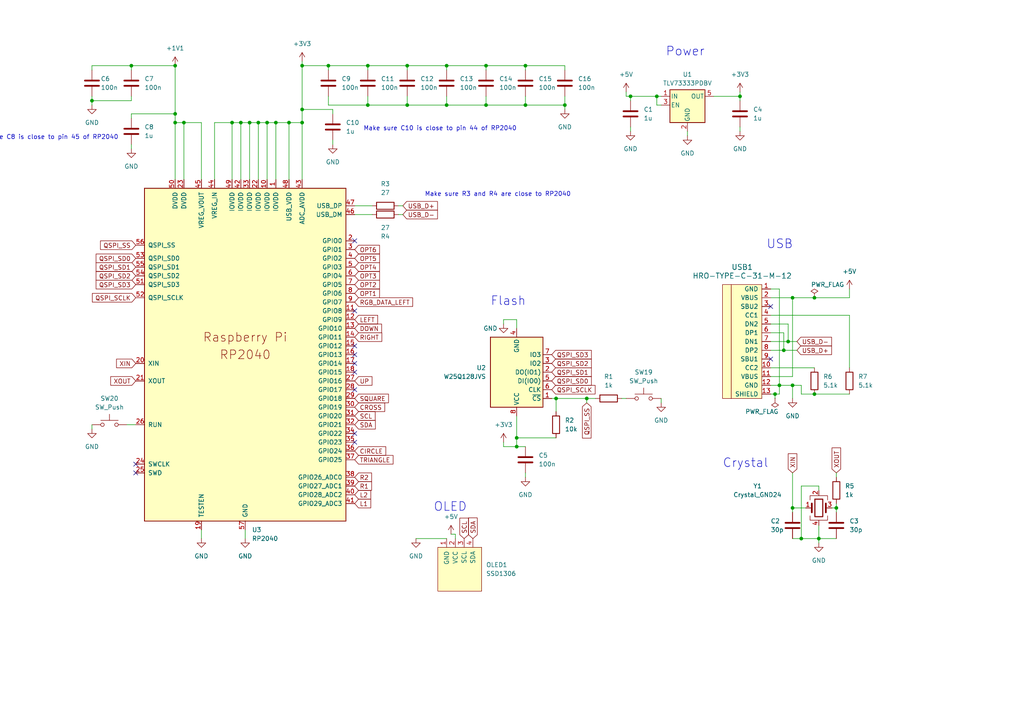
<source format=kicad_sch>
(kicad_sch (version 20230121) (generator eeschema)
  (paper "A4")
  (junction (at 83.82 35.56))
  (junction (at 190.5 27.94))
  (junction (at 353.06 34.29))
  (junction (at 163.83 30.48))
  (junction (at 242.57 147.32))
  (junction (at 227.33 101.6))
  (junction (at 152.4 19.05))
  (junction (at 688.34 15.24))
  (junction (at 53.34 35.56))
  (junction (at 152.4 30.48))
  (junction (at 228.6 99.06))
  (junction (at 751.84 -3.81))
  (junction (at 106.68 19.05))
  (junction (at 74.93 35.56))
  (junction (at 354.33 -3.81))
  (junction (at 106.68 30.48))
  (junction (at 50.8 19.05))
  (junction (at 419.1 -3.81))
  (junction (at 26.67 29.21))
  (junction (at 229.87 147.32))
  (junction (at 412.75 34.29))
  (junction (at 77.47 35.56))
  (junction (at 80.01 35.56))
  (junction (at 626.11 13.97))
  (junction (at 87.63 19.05))
  (junction (at 161.29 115.57))
  (junction (at 237.49 156.21))
  (junction (at 87.63 35.56))
  (junction (at 87.63 31.75))
  (junction (at 236.22 86.36))
  (junction (at 182.88 27.94))
  (junction (at 532.13 34.29))
  (junction (at 472.44 34.29))
  (junction (at 229.87 86.36))
  (junction (at 483.87 13.97))
  (junction (at 214.63 27.94))
  (junction (at 226.06 111.76))
  (junction (at 224.79 114.3))
  (junction (at 118.11 30.48))
  (junction (at 67.31 35.56))
  (junction (at 72.39 35.56))
  (junction (at 149.86 127))
  (junction (at 149.86 129.54))
  (junction (at 140.97 19.05))
  (junction (at 50.8 35.56))
  (junction (at 229.87 111.76))
  (junction (at 50.8 33.02))
  (junction (at 140.97 30.48))
  (junction (at 554.99 13.97))
  (junction (at 95.25 19.05))
  (junction (at 626.11 -3.81))
  (junction (at 751.84 16.51))
  (junction (at 688.34 -3.81))
  (junction (at 170.18 115.57))
  (junction (at 483.87 -3.81))
  (junction (at 129.54 19.05))
  (junction (at 236.22 114.3))
  (junction (at 232.41 156.21))
  (junction (at 118.11 19.05))
  (junction (at 554.99 -3.81))
  (junction (at 69.85 35.56))
  (junction (at 38.1 19.05))
  (junction (at 129.54 30.48))
  (no_connect (at 102.87 102.87))
  (no_connect (at 102.87 90.17))
  (no_connect (at 102.87 105.41))
  (no_connect (at 102.87 107.95))
  (no_connect (at 39.37 134.62))
  (no_connect (at 528.32 31.75))
  (no_connect (at 223.52 88.9))
  (no_connect (at 102.87 69.85))
  (no_connect (at 39.37 137.16))
  (no_connect (at 102.87 128.27))
  (no_connect (at 102.87 125.73))
  (no_connect (at 223.52 104.14))
  (no_connect (at 102.87 113.03))
  (no_connect (at 102.87 100.33))
  (bus_entry (at 513.08 63.5) (size 2.54 2.54))
  (wire (pts (xy 229.87 111.76) (xy 226.06 111.76)))
  (wire (pts (xy 228.6 99.06) (xy 231.14 99.06)))
  (wire (pts (xy 149.86 129.54) (xy 152.4 129.54)))
  (wire (pts (xy 38.1 34.29) (xy 38.1 33.02)))
  (wire (pts (xy 38.1 29.21) (xy 26.67 29.21)))
  (wire (pts (xy 95.25 30.48) (xy 106.68 30.48)))
  (wire (pts (xy 106.68 27.94) (xy 106.68 30.48)))
  (wire (pts (xy 229.87 111.76) (xy 229.87 115.57)))
  (wire (pts (xy 36.83 123.19) (xy 39.37 123.19)))
  (wire (pts (xy 228.6 93.98) (xy 228.6 99.06)))
  (wire (pts (xy 50.8 19.05) (xy 38.1 19.05)))
  (wire (pts (xy 191.77 30.48) (xy 190.5 30.48)))
  (wire (pts (xy 140.97 27.94) (xy 140.97 30.48)))
  (wire (pts (xy 50.8 35.56) (xy 50.8 33.02)))
  (wire (pts (xy 163.83 27.94) (xy 163.83 30.48)))
  (wire (pts (xy 684.53 15.24) (xy 688.34 15.24)))
  (wire (pts (xy 77.47 35.56) (xy 77.47 52.07)))
  (wire (pts (xy 26.67 123.19) (xy 26.67 124.46)))
  (wire (pts (xy 53.34 52.07) (xy 53.34 35.56)))
  (wire (pts (xy 118.11 30.48) (xy 129.54 30.48)))
  (wire (pts (xy 229.87 147.32) (xy 229.87 148.59)))
  (wire (pts (xy 74.93 35.56) (xy 77.47 35.56)))
  (wire (pts (xy 182.88 27.94) (xy 182.88 29.21)))
  (wire (pts (xy 102.87 62.23) (xy 107.95 62.23)))
  (wire (pts (xy 132.08 156.21) (xy 132.08 154.94)))
  (wire (pts (xy 468.63 34.29) (xy 472.44 34.29)))
  (wire (pts (xy 242.57 147.32) (xy 242.57 148.59)))
  (wire (pts (xy 223.52 96.52) (xy 227.33 96.52)))
  (wire (pts (xy 106.68 30.48) (xy 118.11 30.48)))
  (wire (pts (xy 115.57 59.69) (xy 116.84 59.69)))
  (wire (pts (xy 129.54 19.05) (xy 118.11 19.05)))
  (wire (pts (xy 96.52 31.75) (xy 87.63 31.75)))
  (wire (pts (xy 181.61 27.94) (xy 182.88 27.94)))
  (wire (pts (xy 163.83 19.05) (xy 152.4 19.05)))
  (wire (pts (xy 129.54 30.48) (xy 140.97 30.48)))
  (wire (pts (xy 622.3 -3.81) (xy 626.11 -3.81)))
  (wire (pts (xy 237.49 140.97) (xy 237.49 142.24)))
  (wire (pts (xy 480.06 13.97) (xy 483.87 13.97)))
  (wire (pts (xy 87.63 31.75) (xy 87.63 35.56)))
  (wire (pts (xy 140.97 30.48) (xy 152.4 30.48)))
  (wire (pts (xy 160.02 115.57) (xy 161.29 115.57)))
  (wire (pts (xy 236.22 114.3) (xy 246.38 114.3)))
  (wire (pts (xy 551.18 -3.81) (xy 554.99 -3.81)))
  (wire (pts (xy 74.93 35.56) (xy 74.93 52.07)))
  (wire (pts (xy 214.63 27.94) (xy 214.63 26.67)))
  (wire (pts (xy 95.25 19.05) (xy 87.63 19.05)))
  (wire (pts (xy 180.34 115.57) (xy 181.61 115.57)))
  (wire (pts (xy 118.11 27.94) (xy 118.11 30.48)))
  (wire (pts (xy 229.87 109.22) (xy 229.87 86.36)))
  (wire (pts (xy 95.25 20.32) (xy 95.25 19.05)))
  (wire (pts (xy 236.22 86.36) (xy 246.38 86.36)))
  (wire (pts (xy 62.23 52.07) (xy 62.23 35.56)))
  (wire (pts (xy 237.49 156.21) (xy 237.49 157.48)))
  (wire (pts (xy 161.29 115.57) (xy 161.29 119.38)))
  (wire (pts (xy 96.52 33.02) (xy 96.52 31.75)))
  (wire (pts (xy 242.57 137.16) (xy 242.57 138.43)))
  (wire (pts (xy 528.32 34.29) (xy 532.13 34.29)))
  (wire (pts (xy 72.39 35.56) (xy 72.39 52.07)))
  (wire (pts (xy 152.4 30.48) (xy 163.83 30.48)))
  (wire (pts (xy 87.63 17.78) (xy 87.63 19.05)))
  (wire (pts (xy 229.87 156.21) (xy 232.41 156.21)))
  (wire (pts (xy 232.41 114.3) (xy 236.22 114.3)))
  (wire (pts (xy 229.87 147.32) (xy 233.68 147.32)))
  (wire (pts (xy 38.1 19.05) (xy 26.67 19.05)))
  (wire (pts (xy 224.79 114.3) (xy 226.06 114.3)))
  (wire (pts (xy 26.67 19.05) (xy 26.67 20.32)))
  (wire (pts (xy 87.63 19.05) (xy 87.63 31.75)))
  (wire (pts (xy 224.79 114.3) (xy 224.79 115.57)))
  (wire (pts (xy 53.34 35.56) (xy 50.8 35.56)))
  (wire (pts (xy 38.1 33.02) (xy 50.8 33.02)))
  (wire (pts (xy 223.52 91.44) (xy 246.38 91.44)))
  (wire (pts (xy 350.52 -3.81) (xy 354.33 -3.81)))
  (wire (pts (xy 227.33 101.6) (xy 231.14 101.6)))
  (wire (pts (xy 182.88 36.83) (xy 182.88 38.1)))
  (wire (pts (xy 38.1 41.91) (xy 38.1 43.18)))
  (wire (pts (xy 67.31 35.56) (xy 67.31 52.07)))
  (wire (pts (xy 115.57 62.23) (xy 116.84 62.23)))
  (wire (pts (xy 246.38 86.36) (xy 246.38 83.82)))
  (wire (pts (xy 146.05 92.71) (xy 146.05 93.98)))
  (wire (pts (xy 106.68 19.05) (xy 106.68 20.32)))
  (wire (pts (xy 58.42 52.07) (xy 58.42 35.56)))
  (wire (pts (xy 161.29 115.57) (xy 170.18 115.57)))
  (wire (pts (xy 190.5 30.48) (xy 190.5 27.94)))
  (wire (pts (xy 69.85 35.56) (xy 69.85 52.07)))
  (wire (pts (xy 214.63 27.94) (xy 214.63 29.21)))
  (wire (pts (xy 223.52 114.3) (xy 224.79 114.3)))
  (wire (pts (xy 170.18 116.84) (xy 170.18 115.57)))
  (wire (pts (xy 622.3 13.97) (xy 626.11 13.97)))
  (wire (pts (xy 191.77 27.94) (xy 190.5 27.94)))
  (wire (pts (xy 71.12 153.67) (xy 71.12 156.21)))
  (wire (pts (xy 480.06 -3.81) (xy 483.87 -3.81)))
  (wire (pts (xy 149.86 127) (xy 149.86 129.54)))
  (wire (pts (xy 214.63 36.83) (xy 214.63 38.1)))
  (wire (pts (xy 26.67 29.21) (xy 26.67 30.48)))
  (wire (pts (xy 748.03 16.51) (xy 751.84 16.51)))
  (wire (pts (xy 50.8 52.07) (xy 50.8 35.56)))
  (wire (pts (xy 227.33 96.52) (xy 227.33 101.6)))
  (wire (pts (xy 87.63 35.56) (xy 87.63 52.07)))
  (wire (pts (xy 80.01 35.56) (xy 83.82 35.56)))
  (wire (pts (xy 38.1 19.05) (xy 38.1 20.32)))
  (wire (pts (xy 149.86 95.25) (xy 149.86 92.71)))
  (wire (pts (xy 118.11 19.05) (xy 118.11 20.32)))
  (wire (pts (xy 223.52 83.82) (xy 226.06 83.82)))
  (wire (pts (xy 102.87 59.69) (xy 107.95 59.69)))
  (wire (pts (xy 551.18 13.97) (xy 554.99 13.97)))
  (wire (pts (xy 152.4 27.94) (xy 152.4 30.48)))
  (wire (pts (xy 26.67 27.94) (xy 26.67 29.21)))
  (wire (pts (xy 69.85 35.56) (xy 72.39 35.56)))
  (wire (pts (xy 223.52 111.76) (xy 226.06 111.76)))
  (wire (pts (xy 38.1 27.94) (xy 38.1 29.21)))
  (wire (pts (xy 223.52 101.6) (xy 227.33 101.6)))
  (wire (pts (xy 129.54 27.94) (xy 129.54 30.48)))
  (wire (pts (xy 223.52 93.98) (xy 228.6 93.98)))
  (wire (pts (xy 149.86 120.65) (xy 149.86 127)))
  (wire (pts (xy 226.06 114.3) (xy 226.06 111.76)))
  (wire (pts (xy 67.31 35.56) (xy 69.85 35.56)))
  (wire (pts (xy 242.57 146.05) (xy 242.57 147.32)))
  (wire (pts (xy 83.82 35.56) (xy 83.82 52.07)))
  (wire (pts (xy 77.47 35.56) (xy 80.01 35.56)))
  (wire (pts (xy 118.11 19.05) (xy 106.68 19.05)))
  (wire (pts (xy 748.03 -3.81) (xy 751.84 -3.81)))
  (wire (pts (xy 223.52 86.36) (xy 229.87 86.36)))
  (wire (pts (xy 223.52 99.06) (xy 228.6 99.06)))
  (wire (pts (xy 232.41 140.97) (xy 232.41 156.21)))
  (wire (pts (xy 140.97 19.05) (xy 129.54 19.05)))
  (wire (pts (xy 237.49 156.21) (xy 242.57 156.21)))
  (wire (pts (xy 83.82 35.56) (xy 87.63 35.56)))
  (wire (pts (xy 226.06 83.82) (xy 226.06 111.76)))
  (wire (pts (xy 237.49 152.4) (xy 237.49 156.21)))
  (wire (pts (xy 95.25 27.94) (xy 95.25 30.48)))
  (wire (pts (xy 152.4 19.05) (xy 140.97 19.05)))
  (wire (pts (xy 149.86 92.71) (xy 146.05 92.71)))
  (wire (pts (xy 152.4 19.05) (xy 152.4 20.32)))
  (wire (pts (xy 223.52 106.68) (xy 236.22 106.68)))
  (wire (pts (xy 207.01 27.94) (xy 214.63 27.94)))
  (wire (pts (xy 149.86 127) (xy 161.29 127)))
  (wire (pts (xy 181.61 26.67) (xy 181.61 27.94)))
  (wire (pts (xy 146.05 129.54) (xy 146.05 128.27)))
  (wire (pts (xy 237.49 140.97) (xy 232.41 140.97)))
  (wire (pts (xy 132.08 154.94) (xy 130.81 154.94)))
  (wire (pts (xy 190.5 27.94) (xy 182.88 27.94)))
  (wire (pts (xy 106.68 19.05) (xy 95.25 19.05)))
  (wire (pts (xy 170.18 115.57) (xy 172.72 115.57)))
  (wire (pts (xy 232.41 111.76) (xy 229.87 111.76)))
  (wire (pts (xy 223.52 109.22) (xy 229.87 109.22)))
  (wire (pts (xy 232.41 156.21) (xy 237.49 156.21)))
  (wire (pts (xy 349.25 34.29) (xy 353.06 34.29)))
  (wire (pts (xy 58.42 153.67) (xy 58.42 156.21)))
  (wire (pts (xy 140.97 19.05) (xy 140.97 20.32)))
  (wire (pts (xy 163.83 30.48) (xy 163.83 31.75)))
  (wire (pts (xy 246.38 91.44) (xy 246.38 106.68)))
  (wire (pts (xy 62.23 35.56) (xy 67.31 35.56)))
  (wire (pts (xy 50.8 33.02) (xy 50.8 19.05)))
  (wire (pts (xy 163.83 20.32) (xy 163.83 19.05)))
  (wire (pts (xy 408.94 34.29) (xy 412.75 34.29)))
  (wire (pts (xy 96.52 40.64) (xy 96.52 41.91)))
  (wire (pts (xy 684.53 -3.81) (xy 688.34 -3.81)))
  (wire (pts (xy 229.87 86.36) (xy 236.22 86.36)))
  (wire (pts (xy 199.39 38.1) (xy 199.39 39.37)))
  (wire (pts (xy 152.4 137.16) (xy 152.4 138.43)))
  (wire (pts (xy 129.54 156.21) (xy 120.65 156.21)))
  (wire (pts (xy 129.54 19.05) (xy 129.54 20.32)))
  (wire (pts (xy 72.39 35.56) (xy 74.93 35.56)))
  (wire (pts (xy 149.86 129.54) (xy 146.05 129.54)))
  (wire (pts (xy 58.42 35.56) (xy 53.34 35.56)))
  (wire (pts (xy 191.77 115.57) (xy 191.77 116.84)))
  (wire (pts (xy 232.41 111.76) (xy 232.41 114.3)))
  (wire (pts (xy 80.01 35.56) (xy 80.01 52.07)))
  (wire (pts (xy 241.3 147.32) (xy 242.57 147.32)))
  (wire (pts (xy 415.29 -3.81) (xy 419.1 -3.81)))
  (wire (pts (xy 229.87 137.16) (xy 229.87 147.32)))
  (text "USB" (at 222.25 72.39 0) (effects (font (size 2.54 2.54)) (justify left bottom)))
  (text "Make sure C10 is close to pin 44 of RP2040" (at 105.41 38.1 0) (effects (font (size 1.27 1.27)) (justify left bottom)))
  (text "Make sure R3 and R4 are close to RP2040" (at 123.19 57.15 0) (effects (font (size 1.27 1.27)) (justify left bottom)))
  (text "Power" (at 193.04 16.51 0) (effects (font (size 2.54 2.54)) (justify left bottom)))
  (text "OLED" (at 125.73 148.59 0) (effects (font (size 2.54 2.54)) (justify left bottom)))
  (text "Flash" (at 142.24 88.9 0) (effects (font (size 2.54 2.54)) (justify left bottom)))
  (text "Make sure C8 is close to pin 45 of RP2040" (at -8.89 40.64 0) (effects (font (size 1.27 1.27)) (justify left bottom)))
  (text "Crystal" (at 209.55 135.89 0) (effects (font (size 2.54 2.54)) (justify left bottom)))
  (global_label "QSPI_SCLK" (shape input) (at 160.02 113.03 0) (property "Intersheetrefs" "${INTERSHEET_REFS}" (effects hide)))
  (global_label "RGB_DATA_RIGHT" (shape input) (at 452.12 -3.81 180) (property "Intersheetrefs" "${INTERSHEET_REFS}" (effects hide)))
  (global_label "QSPI_SS" (shape input) (at 170.18 116.84 270) (property "Intersheetrefs" "${INTERSHEET_REFS}" (effects hide)))
  (global_label "TRIANGLE" (shape input) (at 368.3 152.4 270) (property "Intersheetrefs" "${INTERSHEET_REFS}" (effects hide)))
  (global_label "QSPI_SS" (shape input) (at 39.37 71.12 180) (property "Intersheetrefs" "${INTERSHEET_REFS}" (effects hide)))
  (global_label "L1" (shape input) (at 102.87 146.05 0) (property "Intersheetrefs" "${INTERSHEET_REFS}" (effects hide)))
  (global_label "DOWN" (shape input) (at 322.58 152.4 270) (property "Intersheetrefs" "${INTERSHEET_REFS}" (effects hide)))
  (global_label "RGB_DATA_CROSS" (shape input) (at 622.3 11.43 0) (property "Intersheetrefs" "${INTERSHEET_REFS}" (effects hide)))
  (global_label "RGB_DATA_P3" (shape input) (at 408.94 31.75 0) (property "Intersheetrefs" "${INTERSHEET_REFS}" (effects hide)))
  (global_label "L1" (shape input) (at 307.34 172.72 270) (property "Intersheetrefs" "${INTERSHEET_REFS}" (effects hide)))
  (global_label "SCL" (shape input) (at 102.87 120.65 0) (property "Intersheetrefs" "${INTERSHEET_REFS}" (effects hide)))
  (global_label "OPT2" (shape input) (at 102.87 82.55 0) (property "Intersheetrefs" "${INTERSHEET_REFS}" (effects hide)))
  (global_label "OPT3" (shape input) (at 102.87 80.01 0) (property "Intersheetrefs" "${INTERSHEET_REFS}" (effects hide)))
  (global_label "USB_D+" (shape input) (at 116.84 59.69 0) (property "Intersheetrefs" "${INTERSHEET_REFS}" (effects hide)))
  (global_label "LEFT" (shape input) (at 102.87 92.71 0) (property "Intersheetrefs" "${INTERSHEET_REFS}" (effects hide)))
  (global_label "RGB_DATA_LEFT" (shape input) (at 102.87 87.63 0) (property "Intersheetrefs" "${INTERSHEET_REFS}" (effects hide)))
  (global_label "XIN" (shape input) (at 229.87 137.16 90) (property "Intersheetrefs" "${INTERSHEET_REFS}" (effects hide)))
  (global_label "RGB_DATA_TRIANGLE" (shape output) (at 551.18 -6.35 0) (property "Intersheetrefs" "${INTERSHEET_REFS}" (effects hide)))
  (global_label "RIGHT" (shape input) (at 102.87 97.79 0) (property "Intersheetrefs" "${INTERSHEET_REFS}" (effects hide)))
  (global_label "RGB_DATA_P4" (shape input) (at 468.63 31.75 0) (property "Intersheetrefs" "${INTERSHEET_REFS}" (effects hide)))
  (global_label "OPT1" (shape input) (at 307.34 133.35 270) (property "Intersheetrefs" "${INTERSHEET_REFS}" (effects hide)))
  (global_label "RGB_DATA_SQUARE" (shape input) (at 523.24 -3.81 180) (property "Intersheetrefs" "${INTERSHEET_REFS}" (effects hide)))
  (global_label "RGB_DATA_R2" (shape input) (at 748.03 13.97 0) (property "Intersheetrefs" "${INTERSHEET_REFS}" (effects hide)))
  (global_label "CIRCLE" (shape input) (at 102.87 130.81 0) (property "Intersheetrefs" "${INTERSHEET_REFS}" (effects hide)))
  (global_label "USB_D+" (shape input) (at 231.14 101.6 0) (property "Intersheetrefs" "${INTERSHEET_REFS}" (effects hide)))
  (global_label "XOUT" (shape input) (at 242.57 137.16 90) (property "Intersheetrefs" "${INTERSHEET_REFS}" (effects hide)))
  (global_label "RGB_DATA_LEFT" (shape input) (at 322.58 -3.81 180) (property "Intersheetrefs" "${INTERSHEET_REFS}" (effects hide)))
  (global_label "RGB_DATA_CIRCLE" (shape input) (at 594.36 13.97 180) (property "Intersheetrefs" "${INTERSHEET_REFS}" (effects hide)))
  (global_label "RGB_DATA_P2" (shape input) (at 349.25 31.75 0) (property "Intersheetrefs" "${INTERSHEET_REFS}" (effects hide)))
  (global_label "USB_D-" (shape input) (at 116.84 62.23 0) (property "Intersheetrefs" "${INTERSHEET_REFS}" (effects hide)))
  (global_label "RGB_DATA_L1" (shape input) (at 684.53 -6.35 0) (property "Intersheetrefs" "${INTERSHEET_REFS}" (effects hide)))
  (global_label "RGB_DATA_R2" (shape input) (at 656.59 15.24 180) (property "Intersheetrefs" "${INTERSHEET_REFS}" (effects hide)))
  (global_label "QSPI_SD3" (shape input) (at 160.02 102.87 0) (property "Intersheetrefs" "${INTERSHEET_REFS}" (effects hide)))
  (global_label "RGB_DATA_CIRCLE" (shape input) (at 684.53 12.7 0) (property "Intersheetrefs" "${INTERSHEET_REFS}" (effects hide)))
  (global_label "QSPI_SD2" (shape input) (at 160.02 105.41 0) (property "Intersheetrefs" "${INTERSHEET_REFS}" (effects hide)))
  (global_label "RGB_DATA_P2" (shape input) (at 381 34.29 180) (property "Intersheetrefs" "${INTERSHEET_REFS}" (effects hide)))
  (global_label "L2" (shape input) (at 102.87 143.51 0) (property "Intersheetrefs" "${INTERSHEET_REFS}" (effects hide)))
  (global_label "RGB_DATA_UP" (shape input) (at 551.18 11.43 0) (property "Intersheetrefs" "${INTERSHEET_REFS}" (effects hide)))
  (global_label "RGB_DATA_SQUARE" (shape input) (at 480.06 -6.35 0) (property "Intersheetrefs" "${INTERSHEET_REFS}" (effects hide)))
  (global_label "RGB_DATA_TRIANGLE" (shape input) (at 594.36 -3.81 180) (property "Intersheetrefs" "${INTERSHEET_REFS}" (effects hide)))
  (global_label "RGB_DATA_R1" (shape input) (at 622.3 -6.35 0) (property "Intersheetrefs" "${INTERSHEET_REFS}" (effects hide)))
  (global_label "USB_D-" (shape input) (at 231.14 99.06 0) (property "Intersheetrefs" "${INTERSHEET_REFS}" (effects hide)))
  (global_label "CROSS" (shape input) (at 102.87 118.11 0) (property "Intersheetrefs" "${INTERSHEET_REFS}" (effects hide)))
  (global_label "RGB_DATA_CROSS" (shape input) (at 523.24 13.97 180) (property "Intersheetrefs" "${INTERSHEET_REFS}" (effects hide)))
  (global_label "SQUARE" (shape input) (at 353.06 152.4 270) (property "Intersheetrefs" "${INTERSHEET_REFS}" (effects hide)))
  (global_label "R1" (shape input) (at 383.54 152.4 270) (property "Intersheetrefs" "${INTERSHEET_REFS}" (effects hide)))
  (global_label "SCL" (shape input) (at 134.62 156.21 90) (property "Intersheetrefs" "${INTERSHEET_REFS}" (effects hide)))
  (global_label "R1" (shape input) (at 102.87 140.97 0) (property "Intersheetrefs" "${INTERSHEET_REFS}" (effects hide)))
  (global_label "SDA" (shape input) (at 137.16 156.21 90) (property "Intersheetrefs" "${INTERSHEET_REFS}" (effects hide)))
  (global_label "OPT4" (shape input) (at 353.06 133.35 270) (property "Intersheetrefs" "${INTERSHEET_REFS}" (effects hide)))
  (global_label "R2" (shape input) (at 353.06 172.72 270) (property "Intersheetrefs" "${INTERSHEET_REFS}" (effects hide)))
  (global_label "RIGHT" (shape input) (at 337.82 152.4 270) (property "Intersheetrefs" "${INTERSHEET_REFS}" (effects hide)))
  (global_label "RGB_DATA_P1" (shape input) (at 480.06 11.43 0) (property "Intersheetrefs" "${INTERSHEET_REFS}" (effects hide)))
  (global_label "RGB_DATA_DOWN" (shape input) (at 350.52 -6.35 0) (property "Intersheetrefs" "${INTERSHEET_REFS}" (effects hide)))
  (global_label "LEFT" (shape input) (at 307.34 152.4 270) (property "Intersheetrefs" "${INTERSHEET_REFS}" (effects hide)))
  (global_label "OPT6" (shape input) (at 102.87 72.39 0) (property "Intersheetrefs" "${INTERSHEET_REFS}" (effects hide)))
  (global_label "RGB_DATA_RIGHT" (shape input) (at 415.29 -6.35 0) (property "Intersheetrefs" "${INTERSHEET_REFS}" (effects hide)))
  (global_label "CIRCLE" (shape input) (at 337.82 172.72 270) (property "Intersheetrefs" "${INTERSHEET_REFS}" (effects hide)))
  (global_label "CROSS" (shape input) (at 322.58 172.72 270) (property "Intersheetrefs" "${INTERSHEET_REFS}" (effects hide)))
  (global_label "OPT3" (shape input) (at 337.82 133.35 270) (property "Intersheetrefs" "${INTERSHEET_REFS}" (effects hide)))
  (global_label "UP" (shape input) (at 102.87 110.49 0) (property "Intersheetrefs" "${INTERSHEET_REFS}" (effects hide)))
  (global_label "RGB_DATA_UP" (shape input) (at 452.12 13.97 180) (property "Intersheetrefs" "${INTERSHEET_REFS}" (effects hide)))
  (global_label "OPT6" (shape input) (at 383.54 133.35 270) (property "Intersheetrefs" "${INTERSHEET_REFS}" (effects hide)))
  (global_label "OPT5" (shape input) (at 102.87 74.93 0) (property "Intersheetrefs" "${INTERSHEET_REFS}" (effects hide)))
  (global_label "TRIANGLE" (shape input) (at 102.87 133.35 0) (property "Intersheetrefs" "${INTERSHEET_REFS}" (effects hide)))
  (global_label "QSPI_SD3" (shape input) (at 39.37 82.55 180) (property "Intersheetrefs" "${INTERSHEET_REFS}" (effects hide)))
  (global_label "QSPI_SD2" (shape input) (at 39.37 80.01 180) (property "Intersheetrefs" "${INTERSHEET_REFS}" (effects hide)))
  (global_label "RGB_DATA_P3" (shape input) (at 440.69 34.29 180) (property "Intersheetrefs" "${INTERSHEET_REFS}" (effects hide)))
  (global_label "L2" (shape input) (at 368.3 172.72 270) (property "Intersheetrefs" "${INTERSHEET_REFS}" (effects hide)))
  (global_label "XIN" (shape input) (at 39.37 105.41 180) (property "Intersheetrefs" "${INTERSHEET_REFS}" (effects hide)))
  (global_label "SDA" (shape input) (at 102.87 123.19 0) (property "Intersheetrefs" "${INTERSHEET_REFS}" (effects hide)))
  (global_label "RGB_DATA_L2" (shape input) (at 748.03 -6.35 0) (property "Intersheetrefs" "${INTERSHEET_REFS}" (effects hide)))
  (global_label "RGB_DATA_DOWN" (shape input) (at 387.35 -3.81 180) (property "Intersheetrefs" "${INTERSHEET_REFS}" (effects hide)))
  (global_label "SQUARE" (shape input) (at 102.87 115.57 0) (property "Intersheetrefs" "${INTERSHEET_REFS}" (effects hide)))
  (global_label "R2" (shape input) (at 102.87 138.43 0) (property "Intersheetrefs" "${INTERSHEET_REFS}" (effects hide)))
  (global_label "OPT2" (shape input) (at 322.58 133.35 270) (property "Intersheetrefs" "${INTERSHEET_REFS}" (effects hide)))
  (global_label "QSPI_SD0" (shape input) (at 160.02 110.49 0) (property "Intersheetrefs" "${INTERSHEET_REFS}" (effects hide)))
  (global_label "RGB_DATA_P1" (shape input) (at 321.31 34.29 180) (property "Intersheetrefs" "${INTERSHEET_REFS}" (effects hide)))
  (global_label "QSPI_SCLK" (shape input) (at 39.37 86.36 180) (property "Intersheetrefs" "${INTERSHEET_REFS}" (effects hide)))
  (global_label "UP" (shape input) (at 383.54 172.72 270) (property "Intersheetrefs" "${INTERSHEET_REFS}" (effects hide)))
  (global_label "RGB_DATA_L1" (shape input) (at 720.09 -3.81 180) (property "Intersheetrefs" "${INTERSHEET_REFS}" (effects hide)))
  (global_label "OPT1" (shape input) (at 102.87 85.09 0) (property "Intersheetrefs" "${INTERSHEET_REFS}" (effects hide)))
  (global_label "QSPI_SD0" (shape input) (at 39.37 74.93 180) (property "Intersheetrefs" "${INTERSHEET_REFS}" (effects hide)))
  (global_label "RGB_DATA_L2" (shape input) (at 720.09 16.51 180) (property "Intersheetrefs" "${INTERSHEET_REFS}" (effects hide)))
  (global_label "RGB_DATA_P4" (shape input) (at 500.38 34.29 180) (property "Intersheetrefs" "${INTERSHEET_REFS}" (effects hide)))
  (global_label "RGB_DATA_R1" (shape input) (at 656.59 -3.81 180) (property "Intersheetrefs" "${INTERSHEET_REFS}" (effects hide)))
  (global_label "QSPI_SD1" (shape input) (at 160.02 107.95 0) (property "Intersheetrefs" "${INTERSHEET_REFS}" (effects hide)))
  (global_label "OPT5" (shape input) (at 368.3 133.35 270) (property "Intersheetrefs" "${INTERSHEET_REFS}" (effects hide)))
  (global_label "OPT4" (shape input) (at 102.87 77.47 0) (property "Intersheetrefs" "${INTERSHEET_REFS}" (effects hide)))
  (global_label "DOWN" (shape input) (at 102.87 95.25 0) (property "Intersheetrefs" "${INTERSHEET_REFS}" (effects hide)))
  (global_label "XOUT" (shape input) (at 39.37 110.49 180) (property "Intersheetrefs" "${INTERSHEET_REFS}" (effects hide)))
  (global_label "QSPI_SD1" (shape input) (at 39.37 77.47 180) (property "Intersheetrefs" "${INTERSHEET_REFS}" (effects hide)))
  (symbol (lib_id "Device:R") (at 176.53 115.57 90) (unit 1)
    (property "Reference" "R1" (at 176.53 109.22 90))
    (property "Value" "1k" (at 176.53 111.76 90))
    (property "Footprint" "Resistor_SMD:R_0402_1005Metric" (effects hide))
  )
  (symbol (lib_id "Switch:SW_Push") (at 358.14 133.35 0) (unit 1)
    (property "Reference" "SW4" (at 358.14 125.73 0))
    (property "Value" "SW_Push" (at 358.14 128.27 0))
    (property "Footprint" "Button_Switch_THT:SW_PUSH_6mm_H5mm" (effects hide))
  )
  (symbol (lib_id "Device:C") (at 182.88 33.02 0) (unit 1)
    (property "Reference" "C1" (at 186.69 31.75 0) (effects (justify left)))
    (property "Value" "1u" (at 186.69 34.29 0) (effects (justify left)))
    (property "Footprint" "Capacitor_SMD:C_0402_1005Metric" (effects hide))
  )
  (symbol (lib_id "Switch:SW_Push") (at 327.66 133.35 0) (unit 1)
    (property "Reference" "SW2" (at 327.66 125.73 0))
    (property "Value" "SW_Push" (at 327.66 128.27 0))
    (property "Footprint" "Button_Switch_THT:SW_PUSH_6mm_H5mm" (effects hide))
  )
  (symbol (lib_id "Device:C_Small") (at 412.75 36.83 0) (unit 1)
    (property "Reference" "C30" (at 404.241 35.6616 0) (effects (justify left)))
    (property "Value" "100nF" (at 403.86 38.1 0) (effects (justify left)))
    (property "Footprint" "Capacitor_SMD:C_0402_1005Metric" (effects hide))
    (property "LCSC" "C52923" (effects hide))
  )
  (symbol (lib_id "power:+3V3") (at 214.63 26.67 0) (unit 1)
    (property "Reference" "#PWR019" (effects hide))
    (property "Value" "+3V3" (at 214.63 21.59 0))
  )
  (symbol (lib_id "power:GND") (at 26.67 124.46 0) (unit 1)
    (property "Reference" "#PWR018" (effects hide))
    (property "Value" "GND" (at 26.67 129.54 0))
  )
  (symbol (lib_id "power:GND") (at 332.74 172.72 0) (unit 1)
    (property "Reference" "#PWR080" (effects hide))
    (property "Value" "GND" (at 332.74 177.8 0))
  )
  (symbol (lib_id "Switch:SW_Push") (at 358.14 172.72 0) (unit 1)
    (property "Reference" "SW16" (at 358.14 165.1 0))
    (property "Value" "SW_Push" (at 358.14 167.64 0))
    (property "Footprint" "Kailh:Kailh_socket_PG1350_optional" (effects hide))
  )
  (symbol (lib_id "power:GND") (at 393.7 133.35 0) (unit 1)
    (property "Reference" "#PWR063" (effects hide))
    (property "Value" "GND" (at 393.7 138.43 0))
  )
  (symbol (lib_id "power:GND") (at 452.12 11.43 270) (unit 1)
    (property "Reference" "#PWR072" (effects hide))
    (property "Value" "GND" (at 448.31 11.43 90) (effects (justify right)))
  )
  (symbol (lib_id "SK6812-EC20:SK6812-EC20") (at 594.36 11.43 0) (unit 1)
    (property "Reference" "D10" (at 608.33 3.81 0))
    (property "Value" "SK6812-EC20" (at 608.33 6.35 0))
    (property "Footprint" "SK6812-EC20:SK6812EC20" (effects hide))
    (property "Datasheet" "https://datasheet.lcsc.com/lcsc/2110250930_OPSCO-Optoelectronics-SK6812-EC20_C2909058.pdf" (effects hide))
    (property "Height" "0.75" (effects hide))
    (property "Manufacturer_Name" "Dongguan Sunlight Electronic CO" (effects hide))
    (property "Manufacturer_Part_Number" "SK6812-EC20" (effects hide))
  )
  (symbol (lib_id "power:GND") (at 656.59 -6.35 270) (unit 1)
    (property "Reference" "#PWR052" (effects hide))
    (property "Value" "GND" (at 652.78 -6.35 90) (effects (justify right)))
  )
  (symbol (lib_id "power:GND") (at 229.87 115.57 0) (unit 1)
    (property "Reference" "#PWR017" (effects hide))
    (property "Value" "GND" (at 229.87 120.65 0))
  )
  (symbol (lib_id "power:GND") (at 317.5 152.4 0) (unit 1)
    (property "Reference" "#PWR078" (effects hide))
    (property "Value" "GND" (at 317.5 157.48 0))
  )
  (symbol (lib_id "power:GND") (at 321.31 31.75 270) (unit 1)
    (property "Reference" "#PWR073" (effects hide))
    (property "Value" "GND" (at 317.5 31.75 90) (effects (justify right)))
  )
  (symbol (lib_id "Device:C") (at 214.63 33.02 0) (unit 1)
    (property "Reference" "C4" (at 218.44 31.75 0) (effects (justify left)))
    (property "Value" "1u" (at 218.44 34.29 0) (effects (justify left)))
    (property "Footprint" "Capacitor_SMD:C_0402_1005Metric" (effects hide))
  )
  (symbol (lib_id "power:GND") (at 363.22 152.4 0) (unit 1)
    (property "Reference" "#PWR087" (effects hide))
    (property "Value" "GND" (at 363.22 157.48 0))
  )
  (symbol (lib_id "Switch:SW_Push") (at 342.9 152.4 0) (unit 1)
    (property "Reference" "SW9" (at 342.9 144.78 0))
    (property "Value" "SW_Push" (at 342.9 147.32 0))
    (property "Footprint" "Kailh:Kailh_socket_PG1350_optional" (effects hide))
  )
  (symbol (lib_id "Device:C") (at 26.67 24.13 0) (unit 1)
    (property "Reference" "C6" (at 29.21 22.86 0) (effects (justify left)))
    (property "Value" "100n" (at 29.21 25.4 0) (effects (justify left)))
    (property "Footprint" "Capacitor_SMD:C_0402_1005Metric" (effects hide))
  )
  (symbol (lib_id "power:GND") (at 594.36 -6.35 270) (unit 1)
    (property "Reference" "#PWR046" (effects hide))
    (property "Value" "GND" (at 590.55 -6.35 90) (effects (justify right)))
  )
  (symbol (lib_id "Switch:SW_Push") (at 327.66 172.72 0) (unit 1)
    (property "Reference" "SW14" (at 327.66 165.1 0))
    (property "Value" "SW_Push" (at 327.66 167.64 0))
    (property "Footprint" "Kailh:Kailh_socket_PG1350_optional" (effects hide))
  )
  (symbol (lib_id "power:GND") (at 688.34 20.32 0) (unit 1)
    (property "Reference" "#PWR057" (effects hide))
    (property "Value" "GND" (at 684.53 21.59 0))
  )
  (symbol (lib_id "power:+5V") (at 751.84 -3.81 270) (unit 1)
    (property "Reference" "#PWR068" (effects hide))
    (property "Value" "+5V" (at 755.65 -3.81 90) (effects (justify left)))
  )
  (symbol (lib_id "Device:R") (at 111.76 59.69 90) (unit 1)
    (property "Reference" "R3" (at 111.76 53.34 90))
    (property "Value" "27" (at 111.76 55.88 90))
    (property "Footprint" "Resistor_SMD:R_0402_1005Metric" (effects hide))
  )
  (symbol (lib_id "power:GND") (at 182.88 38.1 0) (unit 1)
    (property "Reference" "#PWR015" (effects hide))
    (property "Value" "GND" (at 182.88 43.18 0))
  )
  (symbol (lib_id "power:GND") (at 688.34 1.27 0) (unit 1)
    (property "Reference" "#PWR055" (effects hide))
    (property "Value" "GND" (at 684.53 2.54 0))
  )
  (symbol (lib_id "MCU_RaspberryPi_RP2040:RP2040") (at 71.12 102.87 0) (unit 1)
    (property "Reference" "U3" (at 73.0759 153.67 0) (effects (justify left)))
    (property "Value" "RP2040" (at 73.0759 156.21 0) (effects (justify left)))
    (property "Footprint" "RP2040:RP2040-QFN-56" (effects hide))
  )
  (symbol (lib_id "power:GND") (at 363.22 172.72 0) (unit 1)
    (property "Reference" "#PWR084" (effects hide))
    (property "Value" "GND" (at 363.22 177.8 0))
  )
  (symbol (lib_id "power:GND") (at 347.98 133.35 0) (unit 1)
    (property "Reference" "#PWR060" (effects hide))
    (property "Value" "GND" (at 347.98 138.43 0))
  )
  (symbol (lib_id "power:GND") (at 393.7 172.72 0) (unit 1)
    (property "Reference" "#PWR089" (effects hide))
    (property "Value" "GND" (at 393.7 177.8 0))
  )
  (symbol (lib_id "Device:C_Small") (at 419.1 -1.27 0) (unit 1)
    (property "Reference" "C21" (at 410.591 -2.4384 0) (effects (justify left)))
    (property "Value" "100nF" (at 410.21 0 0) (effects (justify left)))
    (property "Footprint" "Capacitor_SMD:C_0402_1005Metric" (effects hide))
    (property "LCSC" "C52923" (effects hide))
  )
  (symbol (lib_id "power:GND") (at 483.87 1.27 0) (unit 1)
    (property "Reference" "#PWR034" (effects hide))
    (property "Value" "GND" (at 480.06 2.54 0))
  )
  (symbol (lib_id "Device:C") (at 38.1 38.1 0) (unit 1)
    (property "Reference" "C8" (at 41.91 36.83 0) (effects (justify left)))
    (property "Value" "1u" (at 41.91 39.37 0) (effects (justify left)))
    (property "Footprint" "Capacitor_SMD:C_0402_1005Metric" (effects hide))
  )
  (symbol (lib_id "Switch:SW_Push") (at 388.62 172.72 0) (unit 1)
    (property "Reference" "SW18" (at 388.62 165.1 0))
    (property "Value" "SW_Push" (at 388.62 167.64 0))
    (property "Footprint" "Kailh:Kailh_socket_PG1350_optional" (effects hide))
  )
  (symbol (lib_id "Device:C") (at 140.97 24.13 0) (unit 1)
    (property "Reference" "C14" (at 144.78 22.86 0) (effects (justify left)))
    (property "Value" "100n" (at 144.78 25.4 0) (effects (justify left)))
    (property "Footprint" "Capacitor_SMD:C_0402_1005Metric" (effects hide))
  )
  (symbol (lib_id "Device:C_Small") (at 532.13 36.83 0) (unit 1)
    (property "Reference" "C32" (at 523.621 35.6616 0) (effects (justify left)))
    (property "Value" "100nF" (at 523.24 38.1 0) (effects (justify left)))
    (property "Footprint" "Capacitor_SMD:C_0402_1005Metric" (effects hide))
    (property "LCSC" "C52923" (effects hide))
  )
  (symbol (lib_id "power:GND") (at 146.05 93.98 0) (unit 1)
    (property "Reference" "#PWR09" (effects hide))
    (property "Value" "GND" (at 142.24 95.25 0))
  )
  (symbol (lib_id "power:+5V") (at 532.13 34.29 270) (unit 1)
    (property "Reference" "#PWR039" (effects hide))
    (property "Value" "+5V" (at 535.94 34.29 90) (effects (justify left)))
  )
  (symbol (lib_id "power:GND") (at 656.59 12.7 270) (unit 1)
    (property "Reference" "#PWR053" (effects hide))
    (property "Value" "GND" (at 652.78 12.7 90) (effects (justify right)))
  )
  (symbol (lib_id "power:+5V") (at 483.87 13.97 270) (unit 1)
    (property "Reference" "#PWR074" (effects hide))
    (property "Value" "+5V" (at 487.68 13.97 90) (effects (justify left)))
  )
  (symbol (lib_id "Switch:SW_Push") (at 358.14 152.4 0) (unit 1)
    (property "Reference" "SW10" (at 358.14 144.78 0))
    (property "Value" "SW_Push" (at 358.14 147.32 0))
    (property "Footprint" "Kailh:Kailh_socket_PG1350_optional" (effects hide))
  )
  (symbol (lib_id "power:GND") (at 71.12 156.21 0) (unit 1)
    (property "Reference" "#PWR02" (effects hide))
    (property "Value" "GND" (at 71.12 161.29 0))
  )
  (symbol (lib_id "SK6812-EC20:SK6812-EC20") (at 387.35 -6.35 0) (unit 1)
    (property "Reference" "D2" (at 401.32 -12.7 0))
    (property "Value" "SK6812-EC20" (at 401.32 -10.16 0))
    (property "Footprint" "SK6812-EC20:SK6812EC20" (effects hide))
    (property "Datasheet" "https://datasheet.lcsc.com/lcsc/2110250930_OPSCO-Optoelectronics-SK6812-EC20_C2909058.pdf" (effects hide))
    (property "Height" "0.75" (effects hide))
    (property "Manufacturer_Name" "Dongguan Sunlight Electronic CO" (effects hide))
    (property "Manufacturer_Part_Number" "SK6812-EC20" (effects hide))
  )
  (symbol (lib_id "Switch:SW_Push") (at 312.42 133.35 0) (unit 1)
    (property "Reference" "SW1" (at 312.42 125.73 0))
    (property "Value" "SW_Push" (at 312.42 128.27 0))
    (property "Footprint" "Button_Switch_THT:SW_PUSH_6mm_H5mm" (effects hide))
  )
  (symbol (lib_id "power:+5V") (at 354.33 -3.81 270) (unit 1)
    (property "Reference" "#PWR091" (effects hide))
    (property "Value" "+5V" (at 358.14 -3.81 90) (effects (justify left)))
  )
  (symbol (lib_id "Device:C_Small") (at 626.11 16.51 0) (unit 1)
    (property "Reference" "C28" (at 617.601 15.3416 0) (effects (justify left)))
    (property "Value" "100nF" (at 617.22 17.78 0) (effects (justify left)))
    (property "Footprint" "Capacitor_SMD:C_0402_1005Metric" (effects hide))
    (property "LCSC" "C52923" (effects hide))
  )
  (symbol (lib_id "power:GND") (at 472.44 39.37 0) (unit 1)
    (property "Reference" "#PWR032" (effects hide))
    (property "Value" "GND" (at 468.63 40.64 0))
  )
  (symbol (lib_id "power:GND") (at 317.5 172.72 0) (unit 1)
    (property "Reference" "#PWR079" (effects hide))
    (property "Value" "GND" (at 317.5 177.8 0))
  )
  (symbol (lib_id "power:+5V") (at 626.11 13.97 270) (unit 1)
    (property "Reference" "#PWR050" (effects hide))
    (property "Value" "+5V" (at 629.92 13.97 90) (effects (justify left)))
  )
  (symbol (lib_id "power:+3V3") (at 87.63 17.78 0) (unit 1)
    (property "Reference" "#PWR07" (effects hide))
    (property "Value" "+3V3" (at 87.63 12.7 0))
  )
  (symbol (lib_id "power:GND") (at 237.49 157.48 0) (unit 1)
    (property "Reference" "#PWR014" (effects hide))
    (property "Value" "GND" (at 237.49 162.56 0))
  )
  (symbol (lib_id "power:GND") (at 353.06 39.37 0) (unit 1)
    (property "Reference" "#PWR077" (effects hide))
    (property "Value" "GND" (at 349.25 40.64 0))
  )
  (symbol (lib_id "SK6812-EC20:SK6812-EC20") (at 656.59 -6.35 0) (unit 1)
    (property "Reference" "D6" (at 670.56 -12.7 0))
    (property "Value" "SK6812-EC20" (at 670.56 -10.16 0))
    (property "Footprint" "SK6812-EC20:SK6812EC20" (effects hide))
    (property "Datasheet" "https://datasheet.lcsc.com/lcsc/2110250930_OPSCO-Optoelectronics-SK6812-EC20_C2909058.pdf" (effects hide))
    (property "Height" "0.75" (effects hide))
    (property "Manufacturer_Name" "Dongguan Sunlight Electronic CO" (effects hide))
    (property "Manufacturer_Part_Number" "SK6812-EC20" (effects hide))
  )
  (symbol (lib_id "power:PWR_FLAG") (at 236.22 86.36 0) (unit 1)
    (property "Reference" "#FLG02" (effects hide))
    (property "Value" "PWR_FLAG" (at 240.03 82.55 0))
  )
  (symbol (lib_id "Switch:SW_Push") (at 373.38 152.4 0) (unit 1)
    (property "Reference" "SW11" (at 373.38 144.78 0))
    (property "Value" "SW_Push" (at 373.38 147.32 0))
    (property "Footprint" "Kailh:Kailh_socket_PG1350_optional" (effects hide))
  )
  (symbol (lib_id "power:GND") (at 626.11 1.27 0) (unit 1)
    (property "Reference" "#PWR049" (effects hide))
    (property "Value" "GND" (at 622.3 2.54 0))
  )
  (symbol (lib_id "SK6812-EC20:SK6812-EC20") (at 523.24 -6.35 0) (unit 1)
    (property "Reference" "D4" (at 537.21 -12.7 0))
    (property "Value" "SK6812-EC20" (at 537.21 -10.16 0))
    (property "Footprint" "SK6812-EC20:SK6812EC20" (effects hide))
    (property "Datasheet" "https://datasheet.lcsc.com/lcsc/2110250930_OPSCO-Optoelectronics-SK6812-EC20_C2909058.pdf" (effects hide))
    (property "Height" "0.75" (effects hide))
    (property "Manufacturer_Name" "Dongguan Sunlight Electronic CO" (effects hide))
    (property "Manufacturer_Part_Number" "SK6812-EC20" (effects hide))
  )
  (symbol (lib_id "power:GND") (at 412.75 39.37 0) (unit 1)
    (property "Reference" "#PWR025" (effects hide))
    (property "Value" "GND" (at 408.94 40.64 0))
  )
  (symbol (lib_id "Device:C") (at 38.1 24.13 0) (unit 1)
    (property "Reference" "C7" (at 41.91 22.86 0) (effects (justify left)))
    (property "Value" "100n" (at 41.91 25.4 0) (effects (justify left)))
    (property "Footprint" "Capacitor_SMD:C_0402_1005Metric" (effects hide))
  )
  (symbol (lib_id "power:+5V") (at 483.87 -3.81 270) (unit 1)
    (property "Reference" "#PWR033" (effects hide))
    (property "Value" "+5V" (at 487.68 -3.81 90) (effects (justify left)))
  )
  (symbol (lib_id "power:+5V") (at 472.44 34.29 270) (unit 1)
    (property "Reference" "#PWR031" (effects hide))
    (property "Value" "+5V" (at 476.25 34.29 90) (effects (justify left)))
  )
  (symbol (lib_id "power:GND") (at 378.46 152.4 0) (unit 1)
    (property "Reference" "#PWR086" (effects hide))
    (property "Value" "GND" (at 378.46 157.48 0))
  )
  (symbol (lib_id "power:GND") (at 523.24 11.43 270) (unit 1)
    (property "Reference" "#PWR030" (effects hide))
    (property "Value" "GND" (at 519.43 11.43 90) (effects (justify right)))
  )
  (symbol (lib_id "power:GND") (at 152.4 138.43 0) (unit 1)
    (property "Reference" "#PWR021" (effects hide))
    (property "Value" "GND" (at 152.4 143.51 0))
  )
  (symbol (lib_id "Regulator_Linear:TLV73333PDBV") (at 199.39 30.48 0) (unit 1)
    (property "Reference" "U1" (at 199.39 21.59 0))
    (property "Value" "TLV73333PDBV" (at 199.39 24.13 0))
    (property "Footprint" "Package_TO_SOT_SMD:SOT-23-5" (effects hide))
    (property "Datasheet" "http://www.ti.com/lit/ds/symlink/tlv733p.pdf" (effects hide))
  )
  (symbol (lib_id "SK6812-EC20:SK6812-EC20") (at 720.09 13.97 0) (unit 1)
    (property "Reference" "D8" (at 734.06 6.35 0))
    (property "Value" "SK6812-EC20" (at 734.06 8.89 0))
    (property "Footprint" "SK6812-EC20:SK6812EC20" (effects hide))
    (property "Datasheet" "https://datasheet.lcsc.com/lcsc/2110250930_OPSCO-Optoelectronics-SK6812-EC20_C2909058.pdf" (effects hide))
    (property "Height" "0.75" (effects hide))
    (property "Manufacturer_Name" "Dongguan Sunlight Electronic CO" (effects hide))
    (property "Manufacturer_Part_Number" "SK6812-EC20" (effects hide))
  )
  (symbol (lib_id "Switch:SW_Push") (at 186.69 115.57 0) (unit 1)
    (property "Reference" "SW19" (at 186.69 107.95 0))
    (property "Value" "SW_Push" (at 186.69 110.49 0))
    (property "Footprint" "Button_Switch_SMD:SW_SPST_Omron_B3FS-100xP" (effects hide))
  )
  (symbol (lib_id "power:GND") (at 554.99 1.27 0) (unit 1)
    (property "Reference" "#PWR042" (effects hide))
    (property "Value" "GND" (at 551.18 2.54 0))
  )
  (symbol (lib_id "Device:C") (at 152.4 24.13 0) (unit 1)
    (property "Reference" "C15" (at 156.21 22.86 0) (effects (justify left)))
    (property "Value" "100n" (at 156.21 25.4 0) (effects (justify left)))
    (property "Footprint" "Capacitor_SMD:C_0402_1005Metric" (effects hide))
  )
  (symbol (lib_id "power:GND") (at 26.67 30.48 0) (unit 1)
    (property "Reference" "#PWR03" (effects hide))
    (property "Value" "GND" (at 26.67 35.56 0))
  )
  (symbol (lib_id "Device:C_Small") (at 688.34 -1.27 0) (unit 1)
    (property "Reference" "C18" (at 679.831 -2.4384 0) (effects (justify left)))
    (property "Value" "100nF" (at 679.45 0 0) (effects (justify left)))
    (property "Footprint" "Capacitor_SMD:C_0402_1005Metric" (effects hide))
    (property "LCSC" "C52923" (effects hide))
  )
  (symbol (lib_id "SK6812-EC20:SK6812-EC20") (at 523.24 11.43 0) (unit 1)
    (property "Reference" "D11" (at 537.21 3.81 0))
    (property "Value" "SK6812-EC20" (at 537.21 6.35 0))
    (property "Footprint" "SK6812-EC20:SK6812EC20" (effects hide))
    (property "Datasheet" "https://datasheet.lcsc.com/lcsc/2110250930_OPSCO-Optoelectronics-SK6812-EC20_C2909058.pdf" (effects hide))
    (property "Height" "0.75" (effects hide))
    (property "Manufacturer_Name" "Dongguan Sunlight Electronic CO" (effects hide))
    (property "Manufacturer_Part_Number" "SK6812-EC20" (effects hide))
  )
  (symbol (lib_id "Device:R") (at 111.76 62.23 90) (mirror x) (unit 1)
    (property "Reference" "R4" (at 111.76 68.58 90))
    (property "Value" "27" (at 111.76 66.04 90))
    (property "Footprint" "Resistor_SMD:R_0402_1005Metric" (effects hide))
  )
  (symbol (lib_id "power:GND") (at 393.7 152.4 0) (unit 1)
    (property "Reference" "#PWR088" (effects hide))
    (property "Value" "GND" (at 393.7 157.48 0))
  )
  (symbol (lib_id "Device:R") (at 242.57 142.24 0) (unit 1)
    (property "Reference" "R5" (at 245.11 140.97 0) (effects (justify left)))
    (property "Value" "1k" (at 245.11 143.51 0) (effects (justify left)))
    (property "Footprint" "Resistor_SMD:R_0402_1005Metric" (effects hide))
  )
  (symbol (lib_id "power:GND") (at 199.39 39.37 0) (unit 1)
    (property "Reference" "#PWR012" (effects hide))
    (property "Value" "GND" (at 199.39 44.45 0))
  )
  (symbol (lib_id "power:+3V3") (at 146.05 128.27 0) (unit 1)
    (property "Reference" "#PWR020" (effects hide))
    (property "Value" "+3V3" (at 146.05 123.19 0))
  )
  (symbol (lib_id "Device:C") (at 96.52 36.83 0) (unit 1)
    (property "Reference" "C10" (at 100.33 35.56 0) (effects (justify left)))
    (property "Value" "1u" (at 100.33 38.1 0) (effects (justify left)))
    (property "Footprint" "Capacitor_SMD:C_0402_1005Metric" (effects hide))
  )
  (symbol (lib_id "power:GND") (at 594.36 11.43 270) (unit 1)
    (property "Reference" "#PWR047" (effects hide))
    (property "Value" "GND" (at 590.55 11.43 90) (effects (justify right)))
  )
  (symbol (lib_id "power:+1V1") (at 50.8 19.05 0) (unit 1)
    (property "Reference" "#PWR04" (effects hide))
    (property "Value" "+1V1" (at 50.8 13.97 0))
  )
  (symbol (lib_id "SK6812-EC20:SK6812-EC20") (at 322.58 -6.35 0) (unit 1)
    (property "Reference" "D1" (at 336.55 -12.7 0))
    (property "Value" "SK6812-EC20" (at 336.55 -10.16 0))
    (property "Footprint" "SK6812-EC20:SK6812EC20" (effects hide))
    (property "Datasheet" "https://datasheet.lcsc.com/lcsc/2110250930_OPSCO-Optoelectronics-SK6812-EC20_C2909058.pdf" (effects hide))
    (property "Height" "0.75" (effects hide))
    (property "Manufacturer_Name" "Dongguan Sunlight Electronic CO" (effects hide))
    (property "Manufacturer_Part_Number" "SK6812-EC20" (effects hide))
  )
  (symbol (lib_id "SK6812-EC20:SK6812-EC20") (at 594.36 -6.35 0) (unit 1)
    (property "Reference" "D5" (at 608.33 -12.7 0))
    (property "Value" "SK6812-EC20" (at 608.33 -10.16 0))
    (property "Footprint" "SK6812-EC20:SK6812EC20" (effects hide))
    (property "Datasheet" "https://datasheet.lcsc.com/lcsc/2110250930_OPSCO-Optoelectronics-SK6812-EC20_C2909058.pdf" (effects hide))
    (property "Height" "0.75" (effects hide))
    (property "Manufacturer_Name" "Dongguan Sunlight Electronic CO" (effects hide))
    (property "Manufacturer_Part_Number" "SK6812-EC20" (effects hide))
  )
  (symbol (lib_id "power:GND") (at 347.98 172.72 0) (unit 1)
    (property "Reference" "#PWR083" (effects hide))
    (property "Value" "GND" (at 347.98 177.8 0))
  )
  (symbol (lib_id "Device:C_Small") (at 483.87 -1.27 0) (unit 1)
    (property "Reference" "C27" (at 475.361 -2.4384 0) (effects (justify left)))
    (property "Value" "100nF" (at 474.98 0 0) (effects (justify left)))
    (property "Footprint" "Capacitor_SMD:C_0402_1005Metric" (effects hide))
    (property "LCSC" "C52923" (effects hide))
  )
  (symbol (lib_id "Device:R") (at 246.38 110.49 0) (unit 1)
    (property "Reference" "R7" (at 248.92 109.22 0) (effects (justify left)))
    (property "Value" "5.1k" (at 248.92 111.76 0) (effects (justify left)))
    (property "Footprint" "Resistor_SMD:R_0402_1005Metric" (effects hide))
  )
  (symbol (lib_id "power:GND") (at 363.22 133.35 0) (unit 1)
    (property "Reference" "#PWR061" (effects hide))
    (property "Value" "GND" (at 363.22 138.43 0))
  )
  (symbol (lib_id "power:GND") (at 440.69 31.75 270) (unit 1)
    (property "Reference" "#PWR028" (effects hide))
    (property "Value" "GND" (at 436.88 31.75 90) (effects (justify right)))
  )
  (symbol (lib_id "Switch:SW_Push") (at 388.62 152.4 0) (unit 1)
    (property "Reference" "SW12" (at 388.62 144.78 0))
    (property "Value" "SW_Push" (at 388.62 147.32 0))
    (property "Footprint" "Kailh:Kailh_socket_PG1350_optional" (effects hide))
  )
  (symbol (lib_id "power:GND") (at 626.11 19.05 0) (unit 1)
    (property "Reference" "#PWR051" (effects hide))
    (property "Value" "GND" (at 622.3 20.32 0))
  )
  (symbol (lib_id "Device:C_Small") (at 751.84 19.05 0) (unit 1)
    (property "Reference" "C25" (at 743.331 17.8816 0) (effects (justify left)))
    (property "Value" "100nF" (at 742.95 20.32 0) (effects (justify left)))
    (property "Footprint" "Capacitor_SMD:C_0402_1005Metric" (effects hide))
    (property "LCSC" "C52923" (effects hide))
  )
  (symbol (lib_id "power:+5V") (at 554.99 13.97 270) (unit 1)
    (property "Reference" "#PWR035" (effects hide))
    (property "Value" "+5V" (at 558.8 13.97 90) (effects (justify left)))
  )
  (symbol (lib_id "Device:C") (at 118.11 24.13 0) (unit 1)
    (property "Reference" "C12" (at 121.92 22.86 0) (effects (justify left)))
    (property "Value" "100n" (at 121.92 25.4 0) (effects (justify left)))
    (property "Footprint" "Capacitor_SMD:C_0402_1005Metric" (effects hide))
  )
  (symbol (lib_id "power:GND") (at 751.84 21.59 0) (unit 1)
    (property "Reference" "#PWR071" (effects hide))
    (property "Value" "GND" (at 748.03 22.86 0))
  )
  (symbol (lib_id "power:GND") (at 720.09 13.97 270) (unit 1)
    (property "Reference" "#PWR067" (effects hide))
    (property "Value" "GND" (at 716.28 13.97 90) (effects (justify right)))
  )
  (symbol (lib_id "Device:C_Small") (at 751.84 -1.27 0) (unit 1)
    (property "Reference" "C20" (at 743.331 -2.4384 0) (effects (justify left)))
    (property "Value" "100nF" (at 742.95 0 0) (effects (justify left)))
    (property "Footprint" "Capacitor_SMD:C_0402_1005Metric" (effects hide))
    (property "LCSC" "C52923" (effects hide))
  )
  (symbol (lib_id "power:GND") (at 332.74 133.35 0) (unit 1)
    (property "Reference" "#PWR059" (effects hide))
    (property "Value" "GND" (at 332.74 138.43 0))
  )
  (symbol (lib_id "Device:C_Small") (at 354.33 -1.27 0) (unit 1)
    (property "Reference" "C24" (at 345.821 -2.4384 0) (effects (justify left)))
    (property "Value" "100nF" (at 345.44 0 0) (effects (justify left)))
    (property "Footprint" "Capacitor_SMD:C_0402_1005Metric" (effects hide))
    (property "LCSC" "C52923" (effects hide))
  )
  (symbol (lib_id "Device:C") (at 229.87 152.4 0) (unit 1)
    (property "Reference" "C2" (at 223.52 151.13 0) (effects (justify left)))
    (property "Value" "30p" (at 223.52 153.67 0) (effects (justify left)))
    (property "Footprint" "Capacitor_SMD:C_0402_1005Metric" (effects hide))
  )
  (symbol (lib_id "power:GND") (at 38.1 43.18 0) (unit 1)
    (property "Reference" "#PWR05" (effects hide))
    (property "Value" "GND" (at 38.1 48.26 0))
  )
  (symbol (lib_id "power:GND") (at 483.87 19.05 0) (unit 1)
    (property "Reference" "#PWR075" (effects hide))
    (property "Value" "GND" (at 480.06 20.32 0))
  )
  (symbol (lib_id "power:GND") (at 500.38 31.75 270) (unit 1)
    (property "Reference" "#PWR037" (effects hide))
    (property "Value" "GND" (at 496.57 31.75 90) (effects (justify right)))
  )
  (symbol (lib_id "power:GND") (at 163.83 31.75 0) (unit 1)
    (property "Reference" "#PWR08" (effects hide))
    (property "Value" "GND" (at 163.83 36.83 0))
  )
  (symbol (lib_id "Device:C") (at 242.57 152.4 0) (unit 1)
    (property "Reference" "C3" (at 246.38 151.13 0) (effects (justify left)))
    (property "Value" "30p" (at 246.38 153.67 0) (effects (justify left)))
    (property "Footprint" "Capacitor_SMD:C_0402_1005Metric" (effects hide))
  )
  (symbol (lib_id "power:GND") (at 523.24 -6.35 270) (unit 1)
    (property "Reference" "#PWR038" (effects hide))
    (property "Value" "GND" (at 519.43 -6.35 90) (effects (justify right)))
  )
  (symbol (lib_id "power:GND") (at 317.5 133.35 0) (unit 1)
    (property "Reference" "#PWR058" (effects hide))
    (property "Value" "GND" (at 317.5 138.43 0))
  )
  (symbol (lib_id "SSD1306-128x64_OLED:SSD1306") (at 133.35 165.1 0) (unit 1)
    (property "Reference" "OLED1" (at 140.97 163.83 0) (effects (justify left)))
    (property "Value" "SSD1306" (at 140.97 166.37 0) (effects (justify left)))
    (property "Footprint" "SSD1306:128x64OLED" (effects hide))
  )
  (symbol (lib_id "SK6812-EC20:SK6812-EC20") (at 452.12 -6.35 0) (unit 1)
    (property "Reference" "D3" (at 466.09 -12.7 0))
    (property "Value" "SK6812-EC20" (at 466.09 -10.16 0))
    (property "Footprint" "SK6812-EC20:SK6812EC20" (effects hide))
    (property "Datasheet" "https://datasheet.lcsc.com/lcsc/2110250930_OPSCO-Optoelectronics-SK6812-EC20_C2909058.pdf" (effects hide))
    (property "Height" "0.75" (effects hide))
    (property "Manufacturer_Name" "Dongguan Sunlight Electronic CO" (effects hide))
    (property "Manufacturer_Part_Number" "SK6812-EC20" (effects hide))
  )
  (symbol (lib_id "Device:C_Small") (at 554.99 -1.27 0) (unit 1)
    (property "Reference" "C23" (at 546.481 -2.4384 0) (effects (justify left)))
    (property "Value" "100nF" (at 546.1 0 0) (effects (justify left)))
    (property "Footprint" "Capacitor_SMD:C_0402_1005Metric" (effects hide))
    (property "LCSC" "C52923" (effects hide))
  )
  (symbol (lib_id "power:+5V") (at 130.81 154.94 0) (unit 1)
    (property "Reference" "#PWR065" (effects hide))
    (property "Value" "+5V" (at 130.81 149.86 0))
  )
  (symbol (lib_id "power:GND") (at 332.74 152.4 0) (unit 1)
    (property "Reference" "#PWR081" (effects hide))
    (property "Value" "GND" (at 332.74 157.48 0))
  )
  (symbol (lib_id "Device:C") (at 163.83 24.13 0) (unit 1)
    (property "Reference" "C16" (at 167.64 22.86 0) (effects (justify left)))
    (property "Value" "100n" (at 167.64 25.4 0) (effects (justify left)))
    (property "Footprint" "Capacitor_SMD:C_0402_1005Metric" (effects hide))
  )
  (symbol (lib_id "Switch:SW_Push") (at 31.75 123.19 0) (unit 1)
    (property "Reference" "SW20" (at 31.75 115.57 0))
    (property "Value" "SW_Push" (at 31.75 118.11 0))
    (property "Footprint" "Button_Switch_SMD:SW_SPST_Omron_B3FS-100xP" (effects hide))
  )
  (symbol (lib_id "power:GND") (at 378.46 133.35 0) (unit 1)
    (property "Reference" "#PWR062" (effects hide))
    (property "Value" "GND" (at 378.46 138.43 0))
  )
  (symbol (lib_id "power:+5V") (at 751.84 16.51 270) (unit 1)
    (property "Reference" "#PWR070" (effects hide))
    (property "Value" "+5V" (at 755.65 16.51 90) (effects (justify left)))
  )
  (symbol (lib_id "Device:C_Small") (at 688.34 17.78 0) (unit 1)
    (property "Reference" "C26" (at 679.831 16.6116 0) (effects (justify left)))
    (property "Value" "100nF" (at 679.45 19.05 0) (effects (justify left)))
    (property "Footprint" "Capacitor_SMD:C_0402_1005Metric" (effects hide))
    (property "LCSC" "C52923" (effects hide))
  )
  (symbol (lib_id "Device:C") (at 95.25 24.13 0) (unit 1)
    (property "Reference" "C9" (at 99.06 22.86 0) (effects (justify left)))
    (property "Value" "100n" (at 99.06 25.4 0) (effects (justify left)))
    (property "Footprint" "Capacitor_SMD:C_0402_1005Metric" (effects hide))
  )
  (symbol (lib_id "power:GND") (at 322.58 -6.35 270) (unit 1)
    (property "Reference" "#PWR090" (effects hide))
    (property "Value" "GND" (at 318.77 -6.35 90) (effects (justify right)))
  )
  (symbol (lib_id "power:GND") (at 96.52 41.91 0) (unit 1)
    (property "Reference" "#PWR06" (effects hide))
    (property "Value" "GND" (at 96.52 46.99 0))
  )
  (symbol (lib_id "power:+5V") (at 353.06 34.29 270) (unit 1)
    (property "Reference" "#PWR076" (effects hide))
    (property "Value" "+5V" (at 356.87 34.29 90) (effects (justify left)))
  )
  (symbol (lib_id "power:+5V") (at 626.11 -3.81 270) (unit 1)
    (property "Reference" "#PWR048" (effects hide))
    (property "Value" "+5V" (at 629.92 -3.81 90) (effects (justify left)))
  )
  (symbol (lib_id "Switch:SW_Push") (at 342.9 133.35 0) (unit 1)
    (property "Reference" "SW3" (at 342.9 125.73 0))
    (property "Value" "SW_Push" (at 342.9 128.27 0))
    (property "Footprint" "Button_Switch_THT:SW_PUSH_6mm_H5mm" (effects hide))
  )
  (symbol (lib_id "power:GND") (at 378.46 172.72 0) (unit 1)
    (property "Reference" "#PWR085" (effects hide))
    (property "Value" "GND" (at 378.46 177.8 0))
  )
  (symbol (lib_id "Device:C_Small") (at 353.06 36.83 0) (unit 1)
    (property "Reference" "C29" (at 344.551 35.6616 0) (effects (justify left)))
    (property "Value" "100nF" (at 344.17 38.1 0) (effects (justify left)))
    (property "Footprint" "Capacitor_SMD:C_0402_1005Metric" (effects hide))
    (property "LCSC" "C52923" (effects hide))
  )
  (symbol (lib_id "Switch:SW_Push") (at 388.62 133.35 0) (unit 1)
    (property "Reference" "SW6" (at 388.62 125.73 0))
    (property "Value" "SW_Push" (at 388.62 128.27 0))
    (property "Footprint" "Button_Switch_THT:SW_PUSH_6mm_H5mm" (effects hide))
  )
  (symbol (lib_id "power:+5V") (at 181.61 26.67 0) (unit 1)
    (property "Reference" "#PWR010" (effects hide))
    (property "Value" "+5V" (at 181.61 21.59 0))
  )
  (symbol (lib_id "SK6812-EC20:SK6812-EC20") (at 500.38 31.75 0) (unit 1)
    (property "Reference" "D16" (at 514.35 24.13 0))
    (property "Value" "SK6812-EC20" (at 514.35 26.67 0))
    (property "Footprint" "SK6812-EC20:SK6812EC20" (effects hide))
    (property "Datasheet" "https://datasheet.lcsc.com/lcsc/2110250930_OPSCO-Optoelectronics-SK6812-EC20_C2909058.pdf" (effects hide))
    (property "Height" "0.75" (effects hide))
    (property "Manufacturer_Name" "Dongguan Sunlight Electronic CO" (effects hide))
    (property "Manufacturer_Part_Number" "SK6812-EC20" (effects hide))
  )
  (symbol (lib_id "Device:R") (at 236.22 110.49 0) (unit 1)
    (property "Reference" "R6" (at 238.76 109.22 0) (effects (justify left)))
    (property "Value" "5.1k" (at 238.76 111.76 0) (effects (justify left)))
    (property "Footprint" "Resistor_SMD:R_0402_1005Metric" (effects hide))
  )
  (symbol (lib_id "power:GND") (at 751.84 1.27 0) (unit 1)
    (property "Reference" "#PWR069" (effects hide))
    (property "Value" "GND" (at 748.03 2.54 0))
  )
  (symbol (lib_id "SK6812-EC20:SK6812-EC20") (at 656.59 12.7 0) (unit 1)
    (property "Reference" "D9" (at 670.56 5.08 0))
    (property "Value" "SK6812-EC20" (at 670.56 7.62 0))
    (property "Footprint" "SK6812-EC20:SK6812EC20" (effects hide))
    (property "Datasheet" "https://datasheet.lcsc.com/lcsc/2110250930_OPSCO-Optoelectronics-SK6812-EC20_C2909058.pdf" (effects hide))
    (property "Height" "0.75" (effects hide))
    (property "Manufacturer_Name" "Dongguan Sunlight Electronic CO" (effects hide))
    (property "Manufacturer_Part_Number" "SK6812-EC20" (effects hide))
  )
  (symbol (lib_id "Switch:SW_Push") (at 373.38 172.72 0) (unit 1)
    (property "Reference" "SW17" (at 373.38 165.1 0))
    (property "Value" "SW_Push" (at 373.38 167.64 0))
    (property "Footprint" "Kailh:Kailh_socket_PG1350_optional" (effects hide))
  )
  (symbol (lib_id "power:+5V") (at 412.75 34.29 270) (unit 1)
    (property "Reference" "#PWR024" (effects hide))
    (property "Value" "+5V" (at 416.56 34.29 90) (effects (justify left)))
  )
  (symbol (lib_id "SK6812-EC20:SK6812-EC20") (at 321.31 31.75 0) (unit 1)
    (property "Reference" "D13" (at 335.28 24.13 0))
    (property "Value" "SK6812-EC20" (at 335.28 26.67 0))
    (property "Footprint" "SK6812-EC20:SK6812EC20" (effects hide))
    (property "Datasheet" "https://datasheet.lcsc.com/lcsc/2110250930_OPSCO-Optoelectronics-SK6812-EC20_C2909058.pdf" (effects hide))
    (property "Height" "0.75" (effects hide))
    (property "Manufacturer_Name" "Dongguan Sunlight Electronic CO" (effects hide))
    (property "Manufacturer_Part_Number" "SK6812-EC20" (effects hide))
  )
  (symbol (lib_id "Switch:SW_Push") (at 342.9 172.72 0) (unit 1)
    (property "Reference" "SW15" (at 342.9 165.1 0))
    (property "Value" "SW_Push" (at 342.9 167.64 0))
    (property "Footprint" "Kailh:Kailh_socket_PG1350_optional" (effects hide))
  )
  (symbol (lib_id "power:GND") (at 452.12 -6.35 270) (unit 1)
    (property "Reference" "#PWR029" (effects hide))
    (property "Value" "GND" (at 448.31 -6.35 90) (effects (justify right)))
  )
  (symbol (lib_id "power:PWR_FLAG") (at 224.79 115.57 180) (unit 1)
    (property "Reference" "#FLG01" (effects hide))
    (property "Value" "PWR_FLAG" (at 220.98 119.38 0))
  )
  (symbol (lib_id "Device:Crystal_GND24") (at 237.49 147.32 0) (unit 1)
    (property "Reference" "Y1" (at 219.71 140.97 0))
    (property "Value" "Crystal_GND24" (at 219.71 143.51 0))
    (property "Footprint" "Crystal:Crystal_SMD_3225-4Pin_3.2x2.5mm" (effects hide))
  )
  (symbol (lib_id "Device:C_Small") (at 472.44 36.83 0) (unit 1)
    (property "Reference" "C31" (at 463.931 35.6616 0) (effects (justify left)))
    (property "Value" "100nF" (at 463.55 38.1 0) (effects (justify left)))
    (property "Footprint" "Capacitor_SMD:C_0402_1005Metric" (effects hide))
    (property "LCSC" "C52923" (effects hide))
  )
  (symbol (lib_id "SK6812-EC20:SK6812-EC20") (at 720.09 -6.35 0) (unit 1)
    (property "Reference" "D7" (at 734.06 -12.7 0))
    (property "Value" "SK6812-EC20" (at 734.06 -10.16 0))
    (property "Footprint" "SK6812-EC20:SK6812EC20" (effects hide))
    (property "Datasheet" "https://datasheet.lcsc.com/lcsc/2110250930_OPSCO-Optoelectronics-SK6812-EC20_C2909058.pdf" (effects hide))
    (property "Height" "0.75" (effects hide))
    (property "Manufacturer_Name" "Dongguan Sunlight Electronic CO" (effects hide))
    (property "Manufacturer_Part_Number" "SK6812-EC20" (effects hide))
  )
  (symbol (lib_id "SK6812-EC20:SK6812-EC20") (at 452.12 11.43 0) (unit 1)
    (property "Reference" "D12" (at 466.09 3.81 0))
    (property "Value" "SK6812-EC20" (at 466.09 6.35 0))
    (property "Footprint" "SK6812-EC20:SK6812EC20" (effects hide))
    (property "Datasheet" "https://datasheet.lcsc.com/lcsc/2110250930_OPSCO-Optoelectronics-SK6812-EC20_C2909058.pdf" (effects hide))
    (property "Height" "0.75" (effects hide))
    (property "Manufacturer_Name" "Dongguan Sunlight Electronic CO" (effects hide))
    (property "Manufacturer_Part_Number" "SK6812-EC20" (effects hide))
  )
  (symbol (lib_id "power:GND") (at 554.99 19.05 0) (unit 1)
    (property "Reference" "#PWR036" (effects hide))
    (property "Value" "GND" (at 551.18 20.32 0))
  )
  (symbol (lib_id "power:+5V") (at 688.34 -3.81 270) (unit 1)
    (property "Reference" "#PWR054" (effects hide))
    (property "Value" "+5V" (at 692.15 -3.81 90) (effects (justify left)))
  )
  (symbol (lib_id "power:GND") (at 419.1 1.27 0) (unit 1)
    (property "Reference" "#PWR027" (effects hide))
    (property "Value" "GND" (at 415.29 2.54 0))
  )
  (symbol (lib_id "power:GND") (at 532.13 39.37 0) (unit 1)
    (property "Reference" "#PWR040" (effects hide))
    (property "Value" "GND" (at 528.32 40.64 0))
  )
  (symbol (lib_id "Switch:SW_Push") (at 312.42 172.72 0) (unit 1)
    (property "Reference" "SW13" (at 312.42 165.1 0))
    (property "Value" "SW_Push" (at 312.42 167.64 0))
    (property "Footprint" "Kailh:Kailh_socket_PG1350_optional" (effects hide))
  )
  (symbol (lib_id "Device:C") (at 106.68 24.13 0) (unit 1)
    (property "Reference" "C11" (at 110.49 22.86 0) (effects (justify left)))
    (property "Value" "100n" (at 110.49 25.4 0) (effects (justify left)))
    (property "Footprint" "Capacitor_SMD:C_0402_1005Metric" (effects hide))
  )
  (symbol (lib_id "power:GND") (at 347.98 152.4 0) (unit 1)
    (property "Reference" "#PWR082" (effects hide))
    (property "Value" "GND" (at 347.98 157.48 0))
  )
  (symbol (lib_id "power:+5V") (at 246.38 83.82 0) (unit 1)
    (property "Reference" "#PWR011" (effects hide))
    (property "Value" "+5V" (at 246.38 78.74 0))
  )
  (symbol (lib_id "power:GND") (at 191.77 116.84 0) (unit 1)
    (property "Reference" "#PWR013" (effects hide))
    (property "Value" "GND" (at 191.77 121.92 0))
  )
  (symbol (lib_id "power:GND") (at 354.33 1.27 0) (unit 1)
    (property "Reference" "#PWR092" (effects hide))
    (property "Value" "GND" (at 350.52 2.54 0))
  )
  (symbol (lib_id "Type-C:HRO-TYPE-C-31-M-12") (at 220.98 97.79 0) (unit 1)
    (property "Reference" "USB1" (at 215.265 77.47 0) (effects (font (size 1.524 1.524))))
    (property "Value" "HRO-TYPE-C-31-M-12" (at 215.265 80.01 0) (effects (font (size 1.524 1.524))))
    (property "Footprint" "Type-C.pretty-master:HRO-TYPE-C-31-M-12-Assembly" (effects hide))
  )
  (symbol (lib_id "power:+5V") (at 688.34 15.24 270) (unit 1)
    (property "Reference" "#PWR056" (effects hide))
    (property "Value" "+5V" (at 692.15 15.24 90) (effects (justify left)))
  )
  (symbol (lib_id "power:GND") (at 387.35 -6.35 270) (unit 1)
    (property "Reference" "#PWR022" (effects hide))
    (property "Value" "GND" (at 383.54 -6.35 90) (effects (justify right)))
  )
  (symbol (lib_id "power:GND") (at 720.09 -6.35 270) (unit 1)
    (property "Reference" "#PWR066" (effects hide))
    (property "Value" "GND" (at 716.28 -6.35 90) (effects (justify right)))
  )
  (symbol (lib_id "Device:R") (at 161.29 123.19 0) (unit 1)
    (property "Reference" "R2" (at 163.83 121.92 0) (effects (justify left)))
    (property "Value" "10k" (at 163.83 124.46 0) (effects (justify left)))
    (property "Footprint" "Resistor_SMD:R_0402_1005Metric" (effects hide))
  )
  (symbol (lib_id "Device:C_Small") (at 626.11 -1.27 0) (unit 1)
    (property "Reference" "C19" (at 617.601 -2.4384 0) (effects (justify left)))
    (property "Value" "100nF" (at 617.22 0 0) (effects (justify left)))
    (property "Footprint" "Capacitor_SMD:C_0402_1005Metric" (effects hide))
    (property "LCSC" "C52923" (effects hide))
  )
  (symbol (lib_id "power:+5V") (at 419.1 -3.81 270) (unit 1)
    (property "Reference" "#PWR026" (effects hide))
    (property "Value" "+5V" (at 422.91 -3.81 90) (effects (justify left)))
  )
  (symbol (lib_id "SK6812-EC20:SK6812-EC20") (at 381 31.75 0) (unit 1)
    (property "Reference" "D14" (at 394.97 24.13 0))
    (property "Value" "SK6812-EC20" (at 394.97 26.67 0))
    (property "Footprint" "SK6812-EC20:SK6812EC20" (effects hide))
    (property "Datasheet" "https://datasheet.lcsc.com/lcsc/2110250930_OPSCO-Optoelectronics-SK6812-EC20_C2909058.pdf" (effects hide))
    (property "Height" "0.75" (effects hide))
    (property "Manufacturer_Name" "Dongguan Sunlight Electronic CO" (effects hide))
    (property "Manufacturer_Part_Number" "SK6812-EC20" (effects hide))
  )
  (symbol (lib_id "power:GND") (at 381 31.75 270) (unit 1)
    (property "Reference" "#PWR023" (effects hide))
    (property "Value" "GND" (at 377.19 31.75 90) (effects (justify right)))
  )
  (symbol (lib_id "power:GND") (at 214.63 38.1 0) (unit 1)
    (property "Reference" "#PWR016" (effects hide))
    (property "Value" "GND" (at 214.63 43.18 0))
  )
  (symbol (lib_id "SK6812-EC20:SK6812-EC20") (at 440.69 31.75 0) (unit 1)
    (property "Reference" "D15" (at 454.66 24.13 0))
    (property "Value" "SK6812-EC20" (at 454.66 26.67 0))
    (property "Footprint" "SK6812-EC20:SK6812EC20" (effects hide))
    (property "Datasheet" "https://datasheet.lcsc.com/lcsc/2110250930_OPSCO-Optoelectronics-SK6812-EC20_C2909058.pdf" (effects hide))
    (property "Height" "0.75" (effects hide))
    (property "Manufacturer_Name" "Dongguan Sunlight Electronic CO" (effects hide))
    (property "Manufacturer_Part_Number" "SK6812-EC20" (effects hide))
  )
  (symbol (lib_id "Device:C") (at 129.54 24.13 0) (unit 1)
    (property "Reference" "C13" (at 133.35 22.86 0) (effects (justify left)))
    (property "Value" "100n" (at 133.35 25.4 0) (effects (justify left)))
    (property "Footprint" "Capacitor_SMD:C_0402_1005Metric" (effects hide))
  )
  (symbol (lib_id "Device:C_Small") (at 483.87 16.51 0) (unit 1)
    (property "Reference" "C17" (at 475.361 15.3416 0) (effects (justify left)))
    (property "Value" "100nF" (at 474.98 17.78 0) (effects (justify left)))
    (property "Footprint" "Capacitor_SMD:C_0402_1005Metric" (effects hide))
    (property "LCSC" "C52923" (effects hide))
  )
  (symbol (lib_id "Switch:SW_Push") (at 327.66 152.4 0) (unit 1)
    (property "Reference" "SW8" (at 327.66 144.78 0))
    (property "Value" "SW_Push" (at 327.66 147.32 0))
    (property "Footprint" "Kailh:Kailh_socket_PG1350_optional" (effects hide))
  )
  (symbol (lib_id "Device:C") (at 152.4 133.35 0) (unit 1)
    (property "Reference" "C5" (at 156.21 132.08 0) (effects (justify left)))
    (property "Value" "100n" (at 156.21 134.62 0) (effects (justify left)))
    (property "Footprint" "Capacitor_SMD:C_0402_1005Metric" (effects hide))
  )
  (symbol (lib_id "power:GND") (at 58.42 156.21 0) (unit 1)
    (property "Reference" "#PWR01" (effects hide))
    (property "Value" "GND" (at 58.42 161.29 0))
  )
  (symbol (lib_id "Memory_Flash:W25Q128JVS") (at 149.86 107.95 180) (unit 1)
    (property "Reference" "U2" (at 140.97 106.68 0) (effects (justify left)))
    (property "Value" "W25Q128JVS" (at 140.97 109.22 0) (effects (justify left)))
    (property "Footprint" "Package_SO:SOIC-8_5.23x5.23mm_P1.27mm" (effects hide))
    (property "Datasheet" "http://www.winbond.com/resource-files/w25q128jv_dtr%20revc%2003272018%20plus.pdf" (effects hide))
  )
  (symbol (lib_id "Switch:SW_Push") (at 312.42 152.4 0) (unit 1)
    (property "Reference" "SW7" (at 312.42 144.78 0))
    (property "Value" "SW_Push" (at 312.42 147.32 0))
    (property "Footprint" "Kailh:Kailh_socket_PG1350_optional" (effects hide))
  )
  (symbol (lib_id "Device:C_Small") (at 554.99 16.51 0) (unit 1)
    (property "Reference" "C22" (at 546.481 15.3416 0) (effects (justify left)))
    (property "Value" "100nF" (at 546.1 17.78 0) (effects (justify left)))
    (property "Footprint" "Capacitor_SMD:C_0402_1005Metric" (effects hide))
    (property "LCSC" "C52923" (effects hide))
  )
  (symbol (lib_name "GND_1") (lib_id "power:GND") (at 120.65 156.21 0) (unit 1)
    (property "Reference" "#PWR064" (effects hide))
    (property "Value" "GND" (at 120.65 161.29 0))
  )
  (symbol (lib_id "Switch:SW_Push") (at 373.38 133.35 0) (unit 1)
    (property "Reference" "SW5" (at 373.38 125.73 0))
    (property "Value" "SW_Push" (at 373.38 128.27 0))
    (property "Footprint" "Button_Switch_THT:SW_PUSH_6mm_H5mm" (effects hide))
  )
  (symbol (lib_id "power:+5V") (at 554.99 -3.81 270) (unit 1)
    (property "Reference" "#PWR041" (effects hide))
    (property "Value" "+5V" (at 558.8 -3.81 90) (effects (justify left)))
  )
)
</source>
